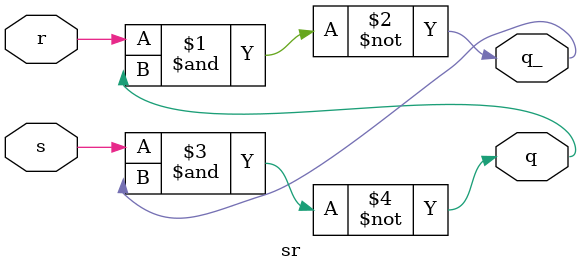
<source format=v>
module sr(
    input s,
    input r,
    output q,
    output q_
);

nand(q_, r, q);
nand(q, s, q_);

endmodule

</source>
